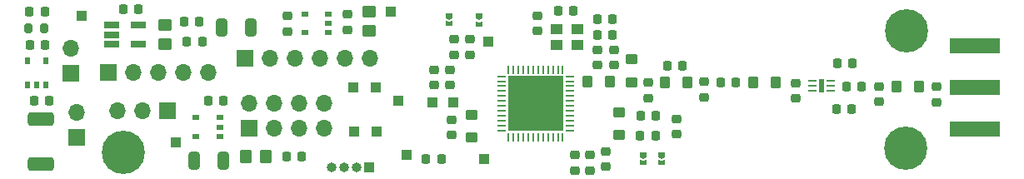
<source format=gbr>
%TF.GenerationSoftware,KiCad,Pcbnew,6.0.0*%
%TF.CreationDate,2022-03-07T01:43:27-06:00*%
%TF.ProjectId,main_board,6d61696e-5f62-46f6-9172-642e6b696361,rev?*%
%TF.SameCoordinates,Original*%
%TF.FileFunction,Soldermask,Top*%
%TF.FilePolarity,Negative*%
%FSLAX46Y46*%
G04 Gerber Fmt 4.6, Leading zero omitted, Abs format (unit mm)*
G04 Created by KiCad (PCBNEW 6.0.0) date 2022-03-07 01:43:27*
%MOMM*%
%LPD*%
G01*
G04 APERTURE LIST*
G04 Aperture macros list*
%AMRoundRect*
0 Rectangle with rounded corners*
0 $1 Rounding radius*
0 $2 $3 $4 $5 $6 $7 $8 $9 X,Y pos of 4 corners*
0 Add a 4 corners polygon primitive as box body*
4,1,4,$2,$3,$4,$5,$6,$7,$8,$9,$2,$3,0*
0 Add four circle primitives for the rounded corners*
1,1,$1+$1,$2,$3*
1,1,$1+$1,$4,$5*
1,1,$1+$1,$6,$7*
1,1,$1+$1,$8,$9*
0 Add four rect primitives between the rounded corners*
20,1,$1+$1,$2,$3,$4,$5,0*
20,1,$1+$1,$4,$5,$6,$7,0*
20,1,$1+$1,$6,$7,$8,$9,0*
20,1,$1+$1,$8,$9,$2,$3,0*%
%AMFreePoly0*
4,1,6,0.400000,0.000000,0.250000,-0.375000,-0.250000,-0.375000,-0.250000,0.375000,0.250000,0.375000,0.400000,0.000000,0.400000,0.000000,$1*%
%AMFreePoly1*
4,1,6,0.250000,-0.375000,-0.325000,-0.375000,-0.150000,0.000000,-0.325000,0.375000,0.250000,0.375000,0.250000,-0.375000,0.250000,-0.375000,$1*%
G04 Aperture macros list end*
%ADD10C,4.400000*%
%ADD11C,0.700000*%
%ADD12RoundRect,0.218750X0.218750X0.256250X-0.218750X0.256250X-0.218750X-0.256250X0.218750X-0.256250X0*%
%ADD13RoundRect,0.218750X0.256250X-0.218750X0.256250X0.218750X-0.256250X0.218750X-0.256250X-0.218750X0*%
%ADD14RoundRect,0.200000X-0.200000X-0.275000X0.200000X-0.275000X0.200000X0.275000X-0.200000X0.275000X0*%
%ADD15RoundRect,0.250000X-0.350000X0.275000X-0.350000X-0.275000X0.350000X-0.275000X0.350000X0.275000X0*%
%ADD16R,1.000000X1.000000*%
%ADD17O,1.000000X1.000000*%
%ADD18RoundRect,0.225000X0.250000X-0.225000X0.250000X0.225000X-0.250000X0.225000X-0.250000X-0.225000X0*%
%ADD19RoundRect,0.225000X-0.250000X0.225000X-0.250000X-0.225000X0.250000X-0.225000X0.250000X0.225000X0*%
%ADD20R,0.550000X0.800000*%
%ADD21RoundRect,0.250000X-0.275000X-0.350000X0.275000X-0.350000X0.275000X0.350000X-0.275000X0.350000X0*%
%ADD22RoundRect,0.250000X0.325000X0.650000X-0.325000X0.650000X-0.325000X-0.650000X0.325000X-0.650000X0*%
%ADD23RoundRect,0.225000X-0.225000X-0.250000X0.225000X-0.250000X0.225000X0.250000X-0.225000X0.250000X0*%
%ADD24RoundRect,0.250000X-0.350000X-0.450000X0.350000X-0.450000X0.350000X0.450000X-0.350000X0.450000X0*%
%ADD25FreePoly0,270.000000*%
%ADD26FreePoly1,270.000000*%
%ADD27RoundRect,0.225000X0.225000X0.250000X-0.225000X0.250000X-0.225000X-0.250000X0.225000X-0.250000X0*%
%ADD28R,1.700000X1.700000*%
%ADD29O,1.700000X1.700000*%
%ADD30RoundRect,0.062500X0.375000X0.062500X-0.375000X0.062500X-0.375000X-0.062500X0.375000X-0.062500X0*%
%ADD31R,0.600000X1.370000*%
%ADD32RoundRect,0.250000X0.450000X-0.350000X0.450000X0.350000X-0.450000X0.350000X-0.450000X-0.350000X0*%
%ADD33RoundRect,0.250000X-0.450000X0.350000X-0.450000X-0.350000X0.450000X-0.350000X0.450000X0.350000X0*%
%ADD34RoundRect,0.062500X0.062500X-0.375000X0.062500X0.375000X-0.062500X0.375000X-0.062500X-0.375000X0*%
%ADD35RoundRect,0.062500X0.375000X-0.062500X0.375000X0.062500X-0.375000X0.062500X-0.375000X-0.062500X0*%
%ADD36R,5.600000X5.600000*%
%ADD37R,0.800000X0.550000*%
%ADD38RoundRect,0.250000X-1.075000X0.425000X-1.075000X-0.425000X1.075000X-0.425000X1.075000X0.425000X0*%
%ADD39R,1.300000X1.100000*%
%ADD40R,1.560000X0.650000*%
%ADD41R,5.080000X1.500000*%
G04 APERTURE END LIST*
D10*
%TO.C,H4*%
X217099000Y-146777000D03*
D11*
X218749000Y-146777000D03*
X218265726Y-147943726D03*
X217099000Y-148427000D03*
X215932274Y-147943726D03*
X215449000Y-146777000D03*
X215932274Y-145610274D03*
X217099000Y-145127000D03*
X218265726Y-145610274D03*
%TD*%
D10*
%TO.C,H2*%
X217205000Y-134905000D03*
D11*
X218855000Y-134905000D03*
X218371726Y-136071726D03*
X217205000Y-136555000D03*
X216038274Y-136071726D03*
X215555000Y-134905000D03*
X216038274Y-133738274D03*
X217205000Y-133255000D03*
X218371726Y-133738274D03*
%TD*%
D10*
%TO.C,H1*%
X137600000Y-147250000D03*
D11*
X139250000Y-147250000D03*
X138766726Y-148416726D03*
X137600000Y-148900000D03*
X136433274Y-148416726D03*
X135950000Y-147250000D03*
X136433274Y-146083274D03*
X137600000Y-145600000D03*
X138766726Y-146083274D03*
%TD*%
D12*
%TO.C,D8*%
X129612500Y-132900000D03*
X128037500Y-132900000D03*
%TD*%
%TO.C,D7*%
X145637500Y-136000000D03*
X144062500Y-136000000D03*
%TD*%
D13*
%TO.C,D6*%
X160390000Y-134767500D03*
X160390000Y-133192500D03*
%TD*%
D12*
%TO.C,D5*%
X155737500Y-147625000D03*
X154162500Y-147625000D03*
%TD*%
D14*
%TO.C,R15*%
X127950000Y-134625000D03*
X129600000Y-134625000D03*
%TD*%
D15*
%TO.C,L1*%
X172992000Y-143404000D03*
X172992000Y-145704000D03*
%TD*%
D16*
%TO.C,J7*%
X162575000Y-148725000D03*
D17*
X161305000Y-148725000D03*
X160035000Y-148725000D03*
X158765000Y-148725000D03*
%TD*%
D16*
%TO.C,TP6*%
X163325000Y-145100000D03*
%TD*%
D18*
%TO.C,C20*%
X185777635Y-138345000D03*
X185777635Y-136795000D03*
%TD*%
D19*
%TO.C,C8*%
X186625000Y-147125000D03*
X186625000Y-148675000D03*
%TD*%
D20*
%TO.C,U5*%
X127825000Y-140325000D03*
X128775000Y-140325000D03*
X129725000Y-140325000D03*
X129725000Y-137925000D03*
X127825000Y-137925000D03*
%TD*%
D21*
%TO.C,L3*%
X184750000Y-140030000D03*
X187050000Y-140030000D03*
%TD*%
D16*
%TO.C,TP7*%
X160940000Y-140600000D03*
%TD*%
%TO.C,TP1*%
X164800000Y-132875000D03*
%TD*%
D15*
%TO.C,L2*%
X189230000Y-137780000D03*
X189230000Y-140080000D03*
%TD*%
D22*
%TO.C,C45*%
X150555000Y-134500000D03*
X147605000Y-134500000D03*
%TD*%
D23*
%TO.C,C40*%
X128125000Y-136275000D03*
X129675000Y-136275000D03*
%TD*%
D18*
%TO.C,C43*%
X154250000Y-134925000D03*
X154250000Y-133375000D03*
%TD*%
D24*
%TO.C,R12*%
X150050000Y-147675000D03*
X152050000Y-147675000D03*
%TD*%
D25*
%TO.C,JP4*%
X173750000Y-133350000D03*
D26*
X173750000Y-134150000D03*
%TD*%
D27*
%TO.C,C17*%
X183325000Y-132850000D03*
X181775000Y-132850000D03*
%TD*%
D18*
%TO.C,C4*%
X171174259Y-137300000D03*
X171174259Y-135750000D03*
%TD*%
D28*
%TO.C,J8*%
X132300000Y-139200000D03*
D29*
X132300000Y-136660000D03*
%TD*%
D30*
%TO.C,U3*%
X209497500Y-140970000D03*
X209497500Y-140470000D03*
X209497500Y-139970000D03*
X207622500Y-139970000D03*
X207622500Y-140470000D03*
X207622500Y-140970000D03*
D31*
X208560000Y-140470000D03*
%TD*%
D19*
%TO.C,C5*%
X170962000Y-143919000D03*
X170962000Y-145469000D03*
%TD*%
D16*
%TO.C,TP20*%
X174300000Y-147900000D03*
%TD*%
D19*
%TO.C,C1*%
X183450000Y-147500000D03*
X183450000Y-149050000D03*
%TD*%
D18*
%TO.C,C21*%
X187507635Y-138345000D03*
X187507635Y-136795000D03*
%TD*%
%TO.C,C3*%
X172824259Y-137300000D03*
X172824259Y-135750000D03*
%TD*%
D32*
%TO.C,R13*%
X162560000Y-134890000D03*
X162560000Y-132890000D03*
%TD*%
D16*
%TO.C,TP4*%
X163280000Y-140600000D03*
%TD*%
D23*
%TO.C,C24*%
X198305000Y-140080000D03*
X199855000Y-140080000D03*
%TD*%
D16*
%TO.C,TP13*%
X142900000Y-146200000D03*
%TD*%
D23*
%TO.C,C47*%
X185750000Y-135300000D03*
X187300000Y-135300000D03*
%TD*%
D19*
%TO.C,C22*%
X190970000Y-140135000D03*
X190970000Y-141685000D03*
%TD*%
D23*
%TO.C,C42*%
X146245000Y-141940000D03*
X147795000Y-141940000D03*
%TD*%
D25*
%TO.C,JP3*%
X190462500Y-147475000D03*
D26*
X190462500Y-148275000D03*
%TD*%
D19*
%TO.C,C31*%
X193850000Y-143830000D03*
X193850000Y-145380000D03*
%TD*%
%TO.C,C25*%
X205935000Y-140160000D03*
X205935000Y-141710000D03*
%TD*%
D33*
%TO.C,R14*%
X141850000Y-134250000D03*
X141850000Y-136250000D03*
%TD*%
D23*
%TO.C,C39*%
X137565000Y-132630000D03*
X139115000Y-132630000D03*
%TD*%
D19*
%TO.C,C33*%
X214375000Y-140500000D03*
X214375000Y-142050000D03*
%TD*%
D34*
%TO.C,U1*%
X176760000Y-145677500D03*
X177260000Y-145677500D03*
X177760000Y-145677500D03*
X178260000Y-145677500D03*
X178760000Y-145677500D03*
X179260000Y-145677500D03*
X179760000Y-145677500D03*
X180260000Y-145677500D03*
X180760000Y-145677500D03*
X181260000Y-145677500D03*
X181760000Y-145677500D03*
X182260000Y-145677500D03*
D35*
X182947500Y-144990000D03*
X182947500Y-144490000D03*
X182947500Y-143990000D03*
X182947500Y-143490000D03*
X182947500Y-142990000D03*
X182947500Y-142490000D03*
X182947500Y-141990000D03*
X182947500Y-141490000D03*
X182947500Y-140990000D03*
X182947500Y-140490000D03*
X182947500Y-139990000D03*
X182947500Y-139490000D03*
D34*
X182260000Y-138802500D03*
X181760000Y-138802500D03*
X181260000Y-138802500D03*
X180760000Y-138802500D03*
X180260000Y-138802500D03*
X179760000Y-138802500D03*
X179260000Y-138802500D03*
X178760000Y-138802500D03*
X178260000Y-138802500D03*
X177760000Y-138802500D03*
X177260000Y-138802500D03*
X176760000Y-138802500D03*
D35*
X176072500Y-139490000D03*
X176072500Y-139990000D03*
X176072500Y-140490000D03*
X176072500Y-140990000D03*
X176072500Y-141490000D03*
X176072500Y-141990000D03*
X176072500Y-142490000D03*
X176072500Y-142990000D03*
X176072500Y-143490000D03*
X176072500Y-143990000D03*
X176072500Y-144490000D03*
X176072500Y-144990000D03*
D36*
X179510000Y-142240000D03*
%TD*%
D28*
%TO.C,J3*%
X149925000Y-137650000D03*
D29*
X152465000Y-137650000D03*
X155005000Y-137650000D03*
X157545000Y-137650000D03*
X160085000Y-137650000D03*
X162625000Y-137650000D03*
%TD*%
D16*
%TO.C,TP5*%
X161050000Y-145125000D03*
%TD*%
%TO.C,TP8*%
X169000000Y-142150000D03*
%TD*%
%TO.C,TP21*%
X166400000Y-147490000D03*
%TD*%
D18*
%TO.C,C7*%
X169150000Y-140375000D03*
X169150000Y-138825000D03*
%TD*%
D23*
%TO.C,C29*%
X190135000Y-145565000D03*
X191685000Y-145565000D03*
%TD*%
D19*
%TO.C,C30*%
X196640000Y-140065000D03*
X196640000Y-141615000D03*
%TD*%
D27*
%TO.C,C10*%
X169908217Y-147925000D03*
X168358217Y-147925000D03*
%TD*%
D28*
%TO.C,J2*%
X150425000Y-144775000D03*
D29*
X150425000Y-142235000D03*
X152965000Y-144775000D03*
X152965000Y-142235000D03*
X155505000Y-144775000D03*
X155505000Y-142235000D03*
X158045000Y-144775000D03*
X158045000Y-142235000D03*
%TD*%
D37*
%TO.C,U8*%
X158450000Y-135070000D03*
X158450000Y-134120000D03*
X158450000Y-133170000D03*
X156050000Y-133170000D03*
X156050000Y-135070000D03*
%TD*%
D25*
%TO.C,JP2*%
X192287500Y-147475000D03*
D26*
X192287500Y-148275000D03*
%TD*%
D27*
%TO.C,C19*%
X187300000Y-133675000D03*
X185750000Y-133675000D03*
%TD*%
D23*
%TO.C,C23*%
X192895000Y-138420000D03*
X194445000Y-138420000D03*
%TD*%
D15*
%TO.C,L6*%
X187975000Y-143180000D03*
X187975000Y-145480000D03*
%TD*%
D23*
%TO.C,C41*%
X143775000Y-133950000D03*
X145325000Y-133950000D03*
%TD*%
D25*
%TO.C,JP1*%
X170700000Y-133300000D03*
D26*
X170700000Y-134100000D03*
%TD*%
D16*
%TO.C,TP3*%
X171100000Y-142150000D03*
%TD*%
D37*
%TO.C,U7*%
X147400000Y-145600000D03*
X147400000Y-144650000D03*
X147400000Y-143700000D03*
X145000000Y-143700000D03*
X145000000Y-145600000D03*
%TD*%
D21*
%TO.C,L5*%
X201630000Y-140100000D03*
X203930000Y-140100000D03*
%TD*%
D18*
%TO.C,C6*%
X170775000Y-140400000D03*
X170775000Y-138850000D03*
%TD*%
D21*
%TO.C,L4*%
X192630000Y-140090000D03*
X194930000Y-140090000D03*
%TD*%
D38*
%TO.C,D4*%
X129200000Y-143875000D03*
X129200000Y-148375000D03*
%TD*%
D22*
%TO.C,C44*%
X147775000Y-148050000D03*
X144825000Y-148050000D03*
%TD*%
D23*
%TO.C,C32*%
X211090000Y-140505000D03*
X212640000Y-140505000D03*
%TD*%
D19*
%TO.C,C34*%
X220235000Y-140560000D03*
X220235000Y-142110000D03*
%TD*%
D16*
%TO.C,TP14*%
X133410000Y-133350000D03*
%TD*%
D27*
%TO.C,C26*%
X211587000Y-142852000D03*
X210037000Y-142852000D03*
%TD*%
D16*
%TO.C,TP2*%
X165575000Y-141975000D03*
%TD*%
D39*
%TO.C,Y1*%
X181625000Y-136325000D03*
X183725000Y-136325000D03*
X183725000Y-134675000D03*
X181625000Y-134675000D03*
%TD*%
D21*
%TO.C,L7*%
X216155000Y-140575000D03*
X218455000Y-140575000D03*
%TD*%
D40*
%TO.C,U6*%
X136450000Y-134300000D03*
X136450000Y-135250000D03*
X136450000Y-136200000D03*
X139150000Y-136200000D03*
X139150000Y-134300000D03*
%TD*%
D16*
%TO.C,TP9*%
X174700000Y-135950000D03*
%TD*%
D23*
%TO.C,C28*%
X190175000Y-143485000D03*
X191725000Y-143485000D03*
%TD*%
D28*
%TO.C,J1*%
X142050000Y-142950000D03*
D29*
X139510000Y-142950000D03*
X136970000Y-142950000D03*
%TD*%
D28*
%TO.C,SW1*%
X132870000Y-145710000D03*
D29*
X132870000Y-143170000D03*
%TD*%
D41*
%TO.C,J6*%
X224100000Y-140625000D03*
X224100000Y-136375000D03*
X224100000Y-144875000D03*
%TD*%
D23*
%TO.C,C38*%
X128550000Y-141975000D03*
X130100000Y-141975000D03*
%TD*%
D28*
%TO.C,J5*%
X136093745Y-139096248D03*
D29*
X138633745Y-139096248D03*
X141173745Y-139096248D03*
X143713745Y-139096248D03*
X146253745Y-139096248D03*
%TD*%
D19*
%TO.C,C2*%
X185000000Y-147500000D03*
X185000000Y-149050000D03*
%TD*%
D23*
%TO.C,C27*%
X210135000Y-138200000D03*
X211685000Y-138200000D03*
%TD*%
D18*
%TO.C,C9*%
X179700000Y-134850000D03*
X179700000Y-133300000D03*
%TD*%
M02*

</source>
